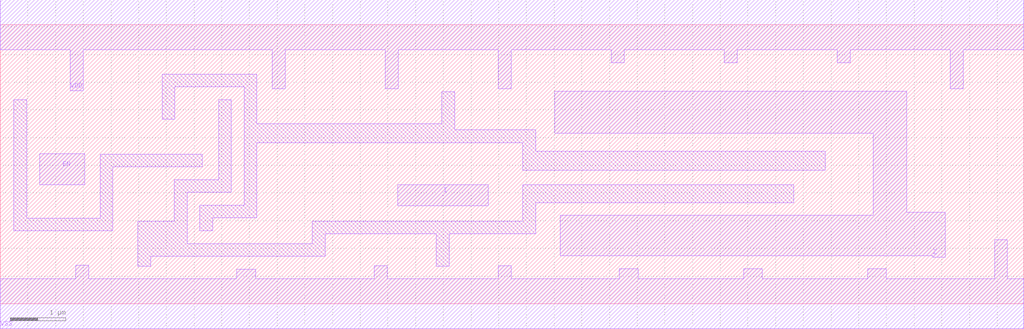
<source format=lef>
# Copyright 2022 GlobalFoundries PDK Authors
#
# Licensed under the Apache License, Version 2.0 (the "License");
# you may not use this file except in compliance with the License.
# You may obtain a copy of the License at
#
#      http://www.apache.org/licenses/LICENSE-2.0
#
# Unless required by applicable law or agreed to in writing, software
# distributed under the License is distributed on an "AS IS" BASIS,
# WITHOUT WARRANTIES OR CONDITIONS OF ANY KIND, either express or implied.
# See the License for the specific language governing permissions and
# limitations under the License.

MACRO gf180mcu_fd_sc_mcu9t5v0__bufz_8
  CLASS core ;
  FOREIGN gf180mcu_fd_sc_mcu9t5v0__bufz_8 0.0 0.0 ;
  ORIGIN 0 0 ;
  SYMMETRY X Y ;
  SITE GF018hv5v_green_sc9 ;
  SIZE 18.48 BY 5.04 ;
  PIN EN
    DIRECTION INPUT ;
    ANTENNAGATEAREA 3.384 ;
    PORT
      LAYER METAL1 ;
        POLYGON 0.71 2.15 1.53 2.15 1.53 2.71 0.71 2.71  ;
    END
  END EN
  PIN I
    DIRECTION INPUT ;
    ANTENNAGATEAREA 6.768 ;
    PORT
      LAYER METAL1 ;
        POLYGON 7.175 1.77 8.81 1.77 8.81 2.15 7.175 2.15  ;
    END
  END I
  PIN Z
    DIRECTION OUTPUT ;
    ANTENNADIFFAREA 6.4896 ;
    PORT
      LAYER METAL1 ;
        POLYGON 10.015 3.08 14.895 3.08 15.76 3.08 15.76 1.595 10.115 1.595 10.115 0.865 16.835 0.865 16.835 0.84 17.065 0.84 17.065 1.65 16.365 1.65 16.365 3.835 14.895 3.835 10.015 3.835  ;
    END
  END Z
  PIN VDD
    DIRECTION INOUT ;
    USE power ;
    SHAPE ABUTMENT ;
    PORT
      LAYER METAL1 ;
        POLYGON 0 4.59 1.265 4.59 1.265 3.845 1.495 3.845 1.495 4.59 4.915 4.59 4.915 3.88 5.145 3.88 5.145 4.59 6.955 4.59 6.955 3.88 7.185 3.88 7.185 4.59 8.995 4.59 8.995 3.88 9.225 3.88 9.225 4.59 11.035 4.59 11.035 4.35 11.265 4.35 11.265 4.59 13.075 4.59 13.075 4.35 13.305 4.35 13.305 4.59 14.895 4.59 15.115 4.59 15.115 4.35 15.345 4.35 15.345 4.59 17.155 4.59 17.155 3.88 17.385 3.88 17.385 4.59 18.48 4.59 18.48 5.49 14.895 5.49 0 5.49  ;
    END
  END VDD
  PIN VSS
    DIRECTION INOUT ;
    USE ground ;
    SHAPE ABUTMENT ;
    PORT
      LAYER METAL1 ;
        POLYGON 0 -0.45 18.48 -0.45 18.48 0.45 18.185 0.45 18.185 1.16 17.955 1.16 17.955 0.45 16 0.45 16 0.635 15.66 0.635 15.66 0.45 13.76 0.45 13.76 0.635 13.42 0.635 13.42 0.45 11.52 0.45 11.52 0.635 11.18 0.635 11.18 0.45 9.225 0.45 9.225 0.69 8.995 0.69 8.995 0.45 6.985 0.45 6.985 0.69 6.755 0.69 6.755 0.45 4.61 0.45 4.61 0.625 4.27 0.625 4.27 0.45 1.595 0.45 1.595 0.695 1.365 0.695 1.365 0.45 0 0.45  ;
    END
  END VSS
  OBS
      LAYER METAL1 ;
        POLYGON 0.245 1.315 2.035 1.315 2.035 2.47 3.65 2.47 3.65 2.7 1.805 2.7 1.805 1.545 0.475 1.545 0.475 3.685 0.245 3.685  ;
        POLYGON 2.485 0.68 2.715 0.68 2.715 0.855 5.865 0.855 5.865 1.26 7.875 1.26 7.875 0.68 8.105 0.68 8.105 1.26 9.665 1.26 9.665 1.825 14.325 1.825 14.325 2.15 9.435 2.15 9.435 1.49 5.635 1.49 5.635 1.085 3.375 1.085 3.375 2.01 4.175 2.01 4.175 3.685 3.945 3.685 3.945 2.24 3.145 2.24 3.145 1.49 2.485 1.49  ;
        POLYGON 2.925 3.335 3.155 3.335 3.155 3.915 4.405 3.915 4.405 1.78 3.605 1.78 3.605 1.315 3.835 1.315 3.835 1.55 4.635 1.55 4.635 2.91 9.435 2.91 9.435 2.41 14.895 2.41 14.895 2.75 9.665 2.75 9.665 3.14 8.205 3.14 8.205 3.83 7.975 3.83 7.975 3.25 4.635 3.25 4.635 4.145 2.925 4.145  ;
  END
END gf180mcu_fd_sc_mcu9t5v0__bufz_8

</source>
